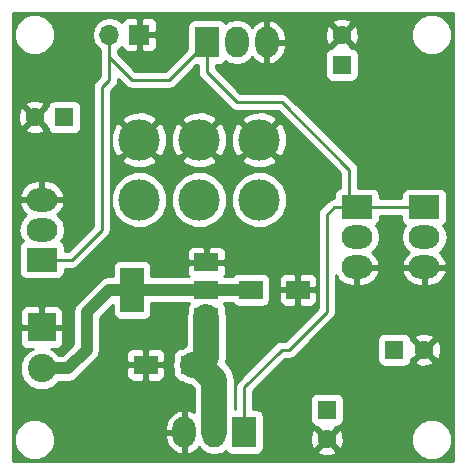
<source format=gbr>
G04 #@! TF.FileFunction,Copper,L2,Bot,Signal*
%FSLAX46Y46*%
G04 Gerber Fmt 4.6, Leading zero omitted, Abs format (unit mm)*
G04 Created by KiCad (PCBNEW 4.0.7) date 03/20/18 07:49:49*
%MOMM*%
%LPD*%
G01*
G04 APERTURE LIST*
%ADD10C,0.100000*%
%ADD11R,2.000000X1.600000*%
%ADD12R,2.600000X2.000000*%
%ADD13O,2.600000X2.000000*%
%ADD14R,2.000000X2.600000*%
%ADD15O,2.000000X2.600000*%
%ADD16R,1.600000X1.600000*%
%ADD17C,1.600000*%
%ADD18R,2.000000X3.800000*%
%ADD19R,2.000000X1.500000*%
%ADD20R,1.700000X1.700000*%
%ADD21O,1.700000X1.700000*%
%ADD22C,2.400000*%
%ADD23R,2.400000X2.400000*%
%ADD24C,3.500120*%
%ADD25C,0.250000*%
%ADD26C,1.000000*%
%ADD27C,2.200000*%
%ADD28C,0.254000*%
G04 APERTURE END LIST*
D10*
D11*
X130080000Y-83820000D03*
X134080000Y-83820000D03*
X125190000Y-90170000D03*
X121190000Y-90170000D03*
D12*
X112395000Y-81280000D03*
D13*
X112395000Y-78740000D03*
X112395000Y-76200000D03*
D14*
X126365000Y-62865000D03*
D15*
X128905000Y-62865000D03*
X131445000Y-62865000D03*
D12*
X144780000Y-76835000D03*
D13*
X144780000Y-79375000D03*
X144780000Y-81915000D03*
D14*
X129540000Y-95885000D03*
D15*
X127000000Y-95885000D03*
X124460000Y-95885000D03*
D16*
X114300000Y-69215000D03*
D17*
X111800000Y-69215000D03*
D16*
X137795000Y-64770000D03*
D17*
X137795000Y-62270000D03*
D16*
X136525000Y-93980000D03*
D17*
X136525000Y-96480000D03*
D16*
X142240000Y-88900000D03*
D17*
X144740000Y-88900000D03*
D12*
X139065000Y-76835000D03*
D13*
X139065000Y-79375000D03*
X139065000Y-81915000D03*
D18*
X120040000Y-83820000D03*
D19*
X126340000Y-83820000D03*
X126340000Y-86120000D03*
X126340000Y-81520000D03*
D20*
X120650000Y-62230000D03*
D21*
X118110000Y-62230000D03*
D22*
X112395000Y-90495000D03*
D23*
X112395000Y-86995000D03*
D24*
X130810000Y-76200000D03*
X125730000Y-76200000D03*
X120650000Y-76200000D03*
X120650000Y-71120000D03*
X125730000Y-71120000D03*
X130810000Y-71120000D03*
D25*
X129540000Y-95885000D02*
X129540000Y-92075000D01*
X137160000Y-76835000D02*
X139065000Y-76835000D01*
X136525000Y-77470000D02*
X137160000Y-76835000D01*
X136525000Y-85725000D02*
X136525000Y-77470000D01*
X133350000Y-88900000D02*
X136525000Y-85725000D01*
X132715000Y-88900000D02*
X133350000Y-88900000D01*
X129540000Y-92075000D02*
X132715000Y-88900000D01*
X144780000Y-76835000D02*
X139065000Y-76835000D01*
X139065000Y-76835000D02*
X138430000Y-76200000D01*
X138430000Y-76200000D02*
X138430000Y-73660000D01*
X138430000Y-73660000D02*
X132715000Y-67945000D01*
X132715000Y-67945000D02*
X128905000Y-67945000D01*
X128905000Y-67945000D02*
X126365000Y-65405000D01*
X126365000Y-65405000D02*
X126365000Y-62865000D01*
X118110000Y-62230000D02*
X118110000Y-64135000D01*
X123190000Y-66040000D02*
X126365000Y-62865000D01*
X120015000Y-66040000D02*
X123190000Y-66040000D01*
X118110000Y-64135000D02*
X120015000Y-66040000D01*
X112395000Y-81280000D02*
X114935000Y-81280000D01*
X118110000Y-66040000D02*
X118110000Y-62230000D01*
X117475000Y-66675000D02*
X118110000Y-66040000D01*
X117475000Y-78740000D02*
X117475000Y-66675000D01*
X114935000Y-81280000D02*
X117475000Y-78740000D01*
D26*
X120040000Y-83820000D02*
X126340000Y-83820000D01*
X130080000Y-83820000D02*
X126340000Y-83820000D01*
X120040000Y-83820000D02*
X118110000Y-83820000D01*
X114610000Y-90495000D02*
X112395000Y-90495000D01*
X116205000Y-88900000D02*
X114610000Y-90495000D01*
X116205000Y-85725000D02*
X116205000Y-88900000D01*
X118110000Y-83820000D02*
X116205000Y-85725000D01*
D27*
X125190000Y-90170000D02*
X125730000Y-90170000D01*
X125730000Y-90170000D02*
X126340000Y-89560000D01*
X126340000Y-89560000D02*
X126340000Y-86120000D01*
X125730000Y-90170000D02*
X127000000Y-91440000D01*
X127000000Y-91440000D02*
X127000000Y-95885000D01*
D28*
G36*
X147245000Y-98350000D02*
X109930000Y-98350000D01*
X109930000Y-96863599D01*
X110024699Y-96863599D01*
X110288281Y-97501515D01*
X110775918Y-97990004D01*
X111413373Y-98254699D01*
X112103599Y-98255301D01*
X112741515Y-97991719D01*
X113230004Y-97504082D01*
X113494699Y-96866627D01*
X113495301Y-96176401D01*
X113427372Y-96012000D01*
X122825000Y-96012000D01*
X122825000Y-96312000D01*
X122998058Y-96928020D01*
X123393683Y-97430922D01*
X123951645Y-97744144D01*
X124079566Y-97775124D01*
X124333000Y-97655777D01*
X124333000Y-96012000D01*
X122825000Y-96012000D01*
X113427372Y-96012000D01*
X113231719Y-95538485D01*
X113151375Y-95458000D01*
X122825000Y-95458000D01*
X122825000Y-95758000D01*
X124333000Y-95758000D01*
X124333000Y-94114223D01*
X124079566Y-93994876D01*
X123951645Y-94025856D01*
X123393683Y-94339078D01*
X122998058Y-94841980D01*
X122825000Y-95458000D01*
X113151375Y-95458000D01*
X112744082Y-95049996D01*
X112106627Y-94785301D01*
X111416401Y-94784699D01*
X110778485Y-95048281D01*
X110289996Y-95535918D01*
X110025301Y-96173373D01*
X110024699Y-96863599D01*
X109930000Y-96863599D01*
X109930000Y-85668691D01*
X110560000Y-85668691D01*
X110560000Y-86709250D01*
X110718750Y-86868000D01*
X112268000Y-86868000D01*
X112268000Y-85318750D01*
X112522000Y-85318750D01*
X112522000Y-86868000D01*
X114071250Y-86868000D01*
X114230000Y-86709250D01*
X114230000Y-85668691D01*
X114133327Y-85435302D01*
X113954699Y-85256673D01*
X113721310Y-85160000D01*
X112680750Y-85160000D01*
X112522000Y-85318750D01*
X112268000Y-85318750D01*
X112109250Y-85160000D01*
X111068690Y-85160000D01*
X110835301Y-85256673D01*
X110656673Y-85435302D01*
X110560000Y-85668691D01*
X109930000Y-85668691D01*
X109930000Y-78740000D01*
X110422091Y-78740000D01*
X110546548Y-79365687D01*
X110786093Y-79724192D01*
X110643559Y-79815910D01*
X110498569Y-80028110D01*
X110447560Y-80280000D01*
X110447560Y-82280000D01*
X110491838Y-82515317D01*
X110630910Y-82731441D01*
X110843110Y-82876431D01*
X111095000Y-82927440D01*
X113695000Y-82927440D01*
X113930317Y-82883162D01*
X114146441Y-82744090D01*
X114291431Y-82531890D01*
X114342440Y-82280000D01*
X114342440Y-82040000D01*
X114935000Y-82040000D01*
X115225839Y-81982148D01*
X115472401Y-81817401D01*
X116646112Y-80643690D01*
X124705000Y-80643690D01*
X124705000Y-81234250D01*
X124863750Y-81393000D01*
X126213000Y-81393000D01*
X126213000Y-80293750D01*
X126467000Y-80293750D01*
X126467000Y-81393000D01*
X127816250Y-81393000D01*
X127975000Y-81234250D01*
X127975000Y-80643690D01*
X127878327Y-80410301D01*
X127699698Y-80231673D01*
X127466309Y-80135000D01*
X126625750Y-80135000D01*
X126467000Y-80293750D01*
X126213000Y-80293750D01*
X126054250Y-80135000D01*
X125213691Y-80135000D01*
X124980302Y-80231673D01*
X124801673Y-80410301D01*
X124705000Y-80643690D01*
X116646112Y-80643690D01*
X118012401Y-79277401D01*
X118177148Y-79030840D01*
X118186746Y-78982586D01*
X118235000Y-78740000D01*
X118235000Y-76672336D01*
X118264527Y-76672336D01*
X118626866Y-77549263D01*
X119297208Y-78220776D01*
X120173501Y-78584645D01*
X121122336Y-78585473D01*
X121999263Y-78223134D01*
X122670776Y-77552792D01*
X123034645Y-76676499D01*
X123034648Y-76672336D01*
X123344527Y-76672336D01*
X123706866Y-77549263D01*
X124377208Y-78220776D01*
X125253501Y-78584645D01*
X126202336Y-78585473D01*
X127079263Y-78223134D01*
X127750776Y-77552792D01*
X128114645Y-76676499D01*
X128114648Y-76672336D01*
X128424527Y-76672336D01*
X128786866Y-77549263D01*
X129457208Y-78220776D01*
X130333501Y-78584645D01*
X131282336Y-78585473D01*
X132159263Y-78223134D01*
X132830776Y-77552792D01*
X133194645Y-76676499D01*
X133195473Y-75727664D01*
X132833134Y-74850737D01*
X132162792Y-74179224D01*
X131286499Y-73815355D01*
X130337664Y-73814527D01*
X129460737Y-74176866D01*
X128789224Y-74847208D01*
X128425355Y-75723501D01*
X128424527Y-76672336D01*
X128114648Y-76672336D01*
X128115473Y-75727664D01*
X127753134Y-74850737D01*
X127082792Y-74179224D01*
X126206499Y-73815355D01*
X125257664Y-73814527D01*
X124380737Y-74176866D01*
X123709224Y-74847208D01*
X123345355Y-75723501D01*
X123344527Y-76672336D01*
X123034648Y-76672336D01*
X123035473Y-75727664D01*
X122673134Y-74850737D01*
X122002792Y-74179224D01*
X121126499Y-73815355D01*
X120177664Y-73814527D01*
X119300737Y-74176866D01*
X118629224Y-74847208D01*
X118265355Y-75723501D01*
X118264527Y-76672336D01*
X118235000Y-76672336D01*
X118235000Y-72814571D01*
X119135034Y-72814571D01*
X119325328Y-73159319D01*
X120206576Y-73511015D01*
X121155332Y-73498701D01*
X121974672Y-73159319D01*
X122164966Y-72814571D01*
X124215034Y-72814571D01*
X124405328Y-73159319D01*
X125286576Y-73511015D01*
X126235332Y-73498701D01*
X127054672Y-73159319D01*
X127244966Y-72814571D01*
X129295034Y-72814571D01*
X129485328Y-73159319D01*
X130366576Y-73511015D01*
X131315332Y-73498701D01*
X132134672Y-73159319D01*
X132324966Y-72814571D01*
X130810000Y-71299605D01*
X129295034Y-72814571D01*
X127244966Y-72814571D01*
X125730000Y-71299605D01*
X124215034Y-72814571D01*
X122164966Y-72814571D01*
X120650000Y-71299605D01*
X119135034Y-72814571D01*
X118235000Y-72814571D01*
X118235000Y-70676576D01*
X118258985Y-70676576D01*
X118271299Y-71625332D01*
X118610681Y-72444672D01*
X118955429Y-72634966D01*
X120470395Y-71120000D01*
X120829605Y-71120000D01*
X122344571Y-72634966D01*
X122689319Y-72444672D01*
X123041015Y-71563424D01*
X123029505Y-70676576D01*
X123338985Y-70676576D01*
X123351299Y-71625332D01*
X123690681Y-72444672D01*
X124035429Y-72634966D01*
X125550395Y-71120000D01*
X125909605Y-71120000D01*
X127424571Y-72634966D01*
X127769319Y-72444672D01*
X128121015Y-71563424D01*
X128109505Y-70676576D01*
X128418985Y-70676576D01*
X128431299Y-71625332D01*
X128770681Y-72444672D01*
X129115429Y-72634966D01*
X130630395Y-71120000D01*
X130989605Y-71120000D01*
X132504571Y-72634966D01*
X132849319Y-72444672D01*
X133201015Y-71563424D01*
X133188701Y-70614668D01*
X132849319Y-69795328D01*
X132504571Y-69605034D01*
X130989605Y-71120000D01*
X130630395Y-71120000D01*
X129115429Y-69605034D01*
X128770681Y-69795328D01*
X128418985Y-70676576D01*
X128109505Y-70676576D01*
X128108701Y-70614668D01*
X127769319Y-69795328D01*
X127424571Y-69605034D01*
X125909605Y-71120000D01*
X125550395Y-71120000D01*
X124035429Y-69605034D01*
X123690681Y-69795328D01*
X123338985Y-70676576D01*
X123029505Y-70676576D01*
X123028701Y-70614668D01*
X122689319Y-69795328D01*
X122344571Y-69605034D01*
X120829605Y-71120000D01*
X120470395Y-71120000D01*
X118955429Y-69605034D01*
X118610681Y-69795328D01*
X118258985Y-70676576D01*
X118235000Y-70676576D01*
X118235000Y-69425429D01*
X119135034Y-69425429D01*
X120650000Y-70940395D01*
X122164966Y-69425429D01*
X124215034Y-69425429D01*
X125730000Y-70940395D01*
X127244966Y-69425429D01*
X129295034Y-69425429D01*
X130810000Y-70940395D01*
X132324966Y-69425429D01*
X132134672Y-69080681D01*
X131253424Y-68728985D01*
X130304668Y-68741299D01*
X129485328Y-69080681D01*
X129295034Y-69425429D01*
X127244966Y-69425429D01*
X127054672Y-69080681D01*
X126173424Y-68728985D01*
X125224668Y-68741299D01*
X124405328Y-69080681D01*
X124215034Y-69425429D01*
X122164966Y-69425429D01*
X121974672Y-69080681D01*
X121093424Y-68728985D01*
X120144668Y-68741299D01*
X119325328Y-69080681D01*
X119135034Y-69425429D01*
X118235000Y-69425429D01*
X118235000Y-66989802D01*
X118647401Y-66577401D01*
X118812148Y-66330839D01*
X118870000Y-66040000D01*
X118870000Y-65969802D01*
X119477599Y-66577401D01*
X119724161Y-66742148D01*
X120015000Y-66800000D01*
X123190000Y-66800000D01*
X123480839Y-66742148D01*
X123727401Y-66577401D01*
X125492362Y-64812440D01*
X125605000Y-64812440D01*
X125605000Y-65405000D01*
X125662852Y-65695839D01*
X125827599Y-65942401D01*
X128367599Y-68482401D01*
X128614160Y-68647148D01*
X128662414Y-68656746D01*
X128905000Y-68705000D01*
X132400198Y-68705000D01*
X137670000Y-73974803D01*
X137670000Y-75205436D01*
X137529683Y-75231838D01*
X137313559Y-75370910D01*
X137168569Y-75583110D01*
X137117560Y-75835000D01*
X137117560Y-76083442D01*
X136869161Y-76132852D01*
X136622599Y-76297599D01*
X135987599Y-76932599D01*
X135822852Y-77179161D01*
X135765000Y-77470000D01*
X135765000Y-85410198D01*
X133035198Y-88140000D01*
X132715000Y-88140000D01*
X132424161Y-88197852D01*
X132177599Y-88362599D01*
X129002599Y-91537599D01*
X128837852Y-91784161D01*
X128780000Y-92075000D01*
X128780000Y-93937560D01*
X128735000Y-93937560D01*
X128735000Y-91440000D01*
X128602931Y-90776044D01*
X128226830Y-90213170D01*
X127991822Y-89978162D01*
X128075000Y-89560000D01*
X128075000Y-86120000D01*
X127987440Y-85679806D01*
X127987440Y-85370000D01*
X127943162Y-85134683D01*
X127836241Y-84968523D01*
X127845481Y-84955000D01*
X128540982Y-84955000D01*
X128615910Y-85071441D01*
X128828110Y-85216431D01*
X129080000Y-85267440D01*
X131080000Y-85267440D01*
X131315317Y-85223162D01*
X131531441Y-85084090D01*
X131676431Y-84871890D01*
X131727440Y-84620000D01*
X131727440Y-84105750D01*
X132445000Y-84105750D01*
X132445000Y-84746310D01*
X132541673Y-84979699D01*
X132720302Y-85158327D01*
X132953691Y-85255000D01*
X133794250Y-85255000D01*
X133953000Y-85096250D01*
X133953000Y-83947000D01*
X134207000Y-83947000D01*
X134207000Y-85096250D01*
X134365750Y-85255000D01*
X135206309Y-85255000D01*
X135439698Y-85158327D01*
X135618327Y-84979699D01*
X135715000Y-84746310D01*
X135715000Y-84105750D01*
X135556250Y-83947000D01*
X134207000Y-83947000D01*
X133953000Y-83947000D01*
X132603750Y-83947000D01*
X132445000Y-84105750D01*
X131727440Y-84105750D01*
X131727440Y-83020000D01*
X131703674Y-82893690D01*
X132445000Y-82893690D01*
X132445000Y-83534250D01*
X132603750Y-83693000D01*
X133953000Y-83693000D01*
X133953000Y-82543750D01*
X134207000Y-82543750D01*
X134207000Y-83693000D01*
X135556250Y-83693000D01*
X135715000Y-83534250D01*
X135715000Y-82893690D01*
X135618327Y-82660301D01*
X135439698Y-82481673D01*
X135206309Y-82385000D01*
X134365750Y-82385000D01*
X134207000Y-82543750D01*
X133953000Y-82543750D01*
X133794250Y-82385000D01*
X132953691Y-82385000D01*
X132720302Y-82481673D01*
X132541673Y-82660301D01*
X132445000Y-82893690D01*
X131703674Y-82893690D01*
X131683162Y-82784683D01*
X131544090Y-82568559D01*
X131331890Y-82423569D01*
X131080000Y-82372560D01*
X129080000Y-82372560D01*
X128844683Y-82416838D01*
X128628559Y-82555910D01*
X128540356Y-82685000D01*
X127846844Y-82685000D01*
X127837518Y-82670508D01*
X127878327Y-82629699D01*
X127975000Y-82396310D01*
X127975000Y-81805750D01*
X127816250Y-81647000D01*
X126467000Y-81647000D01*
X126467000Y-81667000D01*
X126213000Y-81667000D01*
X126213000Y-81647000D01*
X124863750Y-81647000D01*
X124705000Y-81805750D01*
X124705000Y-82396310D01*
X124801673Y-82629699D01*
X124843634Y-82671660D01*
X124834519Y-82685000D01*
X121687440Y-82685000D01*
X121687440Y-81920000D01*
X121643162Y-81684683D01*
X121504090Y-81468559D01*
X121291890Y-81323569D01*
X121040000Y-81272560D01*
X119040000Y-81272560D01*
X118804683Y-81316838D01*
X118588559Y-81455910D01*
X118443569Y-81668110D01*
X118392560Y-81920000D01*
X118392560Y-82685000D01*
X118110000Y-82685000D01*
X117675654Y-82771397D01*
X117361487Y-82981317D01*
X117307434Y-83017434D01*
X115402434Y-84922434D01*
X115156397Y-85290654D01*
X115070000Y-85725000D01*
X115070000Y-88429868D01*
X114139868Y-89360000D01*
X113854800Y-89360000D01*
X113435801Y-88940270D01*
X113170242Y-88830000D01*
X113721310Y-88830000D01*
X113954699Y-88733327D01*
X114133327Y-88554698D01*
X114230000Y-88321309D01*
X114230000Y-87280750D01*
X114071250Y-87122000D01*
X112522000Y-87122000D01*
X112522000Y-87142000D01*
X112268000Y-87142000D01*
X112268000Y-87122000D01*
X110718750Y-87122000D01*
X110560000Y-87280750D01*
X110560000Y-88321309D01*
X110656673Y-88554698D01*
X110835301Y-88733327D01*
X111068690Y-88830000D01*
X111619395Y-88830000D01*
X111356914Y-88938455D01*
X110840270Y-89454199D01*
X110560319Y-90128395D01*
X110559682Y-90858403D01*
X110838455Y-91533086D01*
X111354199Y-92049730D01*
X112028395Y-92329681D01*
X112758403Y-92330318D01*
X113433086Y-92051545D01*
X113855367Y-91630000D01*
X114610000Y-91630000D01*
X115044346Y-91543603D01*
X115412566Y-91297566D01*
X116254382Y-90455750D01*
X119555000Y-90455750D01*
X119555000Y-91096310D01*
X119651673Y-91329699D01*
X119830302Y-91508327D01*
X120063691Y-91605000D01*
X120904250Y-91605000D01*
X121063000Y-91446250D01*
X121063000Y-90297000D01*
X121317000Y-90297000D01*
X121317000Y-91446250D01*
X121475750Y-91605000D01*
X122316309Y-91605000D01*
X122549698Y-91508327D01*
X122728327Y-91329699D01*
X122825000Y-91096310D01*
X122825000Y-90455750D01*
X122666250Y-90297000D01*
X121317000Y-90297000D01*
X121063000Y-90297000D01*
X119713750Y-90297000D01*
X119555000Y-90455750D01*
X116254382Y-90455750D01*
X117007566Y-89702566D01*
X117253604Y-89334345D01*
X117271636Y-89243690D01*
X119555000Y-89243690D01*
X119555000Y-89884250D01*
X119713750Y-90043000D01*
X121063000Y-90043000D01*
X121063000Y-88893750D01*
X121317000Y-88893750D01*
X121317000Y-90043000D01*
X122666250Y-90043000D01*
X122825000Y-89884250D01*
X122825000Y-89243690D01*
X122728327Y-89010301D01*
X122549698Y-88831673D01*
X122316309Y-88735000D01*
X121475750Y-88735000D01*
X121317000Y-88893750D01*
X121063000Y-88893750D01*
X120904250Y-88735000D01*
X120063691Y-88735000D01*
X119830302Y-88831673D01*
X119651673Y-89010301D01*
X119555000Y-89243690D01*
X117271636Y-89243690D01*
X117340000Y-88900000D01*
X117340000Y-86195132D01*
X118392560Y-85142572D01*
X118392560Y-85720000D01*
X118436838Y-85955317D01*
X118575910Y-86171441D01*
X118788110Y-86316431D01*
X119040000Y-86367440D01*
X121040000Y-86367440D01*
X121275317Y-86323162D01*
X121491441Y-86184090D01*
X121636431Y-85971890D01*
X121687440Y-85720000D01*
X121687440Y-84955000D01*
X124833156Y-84955000D01*
X124843759Y-84971477D01*
X124743569Y-85118110D01*
X124692560Y-85370000D01*
X124692560Y-85679806D01*
X124605000Y-86120000D01*
X124605000Y-88551364D01*
X124526044Y-88567069D01*
X124293336Y-88722560D01*
X124190000Y-88722560D01*
X123954683Y-88766838D01*
X123738559Y-88905910D01*
X123593569Y-89118110D01*
X123542560Y-89370000D01*
X123542560Y-89729806D01*
X123455000Y-90170000D01*
X123542560Y-90610194D01*
X123542560Y-90970000D01*
X123586838Y-91205317D01*
X123725910Y-91421441D01*
X123938110Y-91566431D01*
X124190000Y-91617440D01*
X124293336Y-91617440D01*
X124526044Y-91772931D01*
X124966978Y-91860638D01*
X125265000Y-92158660D01*
X125265000Y-94192383D01*
X124968355Y-94025856D01*
X124840434Y-93994876D01*
X124587000Y-94114223D01*
X124587000Y-95758000D01*
X124607000Y-95758000D01*
X124607000Y-96012000D01*
X124587000Y-96012000D01*
X124587000Y-97655777D01*
X124840434Y-97775124D01*
X124968355Y-97744144D01*
X125526317Y-97430922D01*
X125716781Y-97188812D01*
X125843880Y-97379029D01*
X126374313Y-97733452D01*
X127000000Y-97857909D01*
X127625687Y-97733452D01*
X127984192Y-97493907D01*
X128075910Y-97636441D01*
X128288110Y-97781431D01*
X128540000Y-97832440D01*
X130540000Y-97832440D01*
X130775317Y-97788162D01*
X130991441Y-97649090D01*
X131101683Y-97487745D01*
X135696861Y-97487745D01*
X135770995Y-97733864D01*
X136308223Y-97926965D01*
X136878454Y-97899778D01*
X137279005Y-97733864D01*
X137353139Y-97487745D01*
X136525000Y-96659605D01*
X135696861Y-97487745D01*
X131101683Y-97487745D01*
X131136431Y-97436890D01*
X131187440Y-97185000D01*
X131187440Y-96263223D01*
X135078035Y-96263223D01*
X135105222Y-96833454D01*
X135271136Y-97234005D01*
X135517255Y-97308139D01*
X136345395Y-96480000D01*
X136704605Y-96480000D01*
X137532745Y-97308139D01*
X137778864Y-97234005D01*
X137912002Y-96863599D01*
X143679699Y-96863599D01*
X143943281Y-97501515D01*
X144430918Y-97990004D01*
X145068373Y-98254699D01*
X145758599Y-98255301D01*
X146396515Y-97991719D01*
X146885004Y-97504082D01*
X147149699Y-96866627D01*
X147150301Y-96176401D01*
X146886719Y-95538485D01*
X146399082Y-95049996D01*
X145761627Y-94785301D01*
X145071401Y-94784699D01*
X144433485Y-95048281D01*
X143944996Y-95535918D01*
X143680301Y-96173373D01*
X143679699Y-96863599D01*
X137912002Y-96863599D01*
X137971965Y-96696777D01*
X137944778Y-96126546D01*
X137778864Y-95725995D01*
X137532745Y-95651861D01*
X136704605Y-96480000D01*
X136345395Y-96480000D01*
X135517255Y-95651861D01*
X135271136Y-95725995D01*
X135078035Y-96263223D01*
X131187440Y-96263223D01*
X131187440Y-94585000D01*
X131143162Y-94349683D01*
X131004090Y-94133559D01*
X130791890Y-93988569D01*
X130540000Y-93937560D01*
X130300000Y-93937560D01*
X130300000Y-93180000D01*
X135077560Y-93180000D01*
X135077560Y-94780000D01*
X135121838Y-95015317D01*
X135260910Y-95231441D01*
X135473110Y-95376431D01*
X135711201Y-95424646D01*
X135696861Y-95472255D01*
X136525000Y-96300395D01*
X137353139Y-95472255D01*
X137338855Y-95424833D01*
X137560317Y-95383162D01*
X137776441Y-95244090D01*
X137921431Y-95031890D01*
X137972440Y-94780000D01*
X137972440Y-93180000D01*
X137928162Y-92944683D01*
X137789090Y-92728559D01*
X137576890Y-92583569D01*
X137325000Y-92532560D01*
X135725000Y-92532560D01*
X135489683Y-92576838D01*
X135273559Y-92715910D01*
X135128569Y-92928110D01*
X135077560Y-93180000D01*
X130300000Y-93180000D01*
X130300000Y-92389802D01*
X133029802Y-89660000D01*
X133350000Y-89660000D01*
X133640839Y-89602148D01*
X133887401Y-89437401D01*
X135224802Y-88100000D01*
X140792560Y-88100000D01*
X140792560Y-89700000D01*
X140836838Y-89935317D01*
X140975910Y-90151441D01*
X141188110Y-90296431D01*
X141440000Y-90347440D01*
X143040000Y-90347440D01*
X143275317Y-90303162D01*
X143491441Y-90164090D01*
X143636431Y-89951890D01*
X143645370Y-89907745D01*
X143911861Y-89907745D01*
X143985995Y-90153864D01*
X144523223Y-90346965D01*
X145093454Y-90319778D01*
X145494005Y-90153864D01*
X145568139Y-89907745D01*
X144740000Y-89079605D01*
X143911861Y-89907745D01*
X143645370Y-89907745D01*
X143684646Y-89713799D01*
X143732255Y-89728139D01*
X144560395Y-88900000D01*
X144919605Y-88900000D01*
X145747745Y-89728139D01*
X145993864Y-89654005D01*
X146186965Y-89116777D01*
X146159778Y-88546546D01*
X145993864Y-88145995D01*
X145747745Y-88071861D01*
X144919605Y-88900000D01*
X144560395Y-88900000D01*
X143732255Y-88071861D01*
X143684833Y-88086145D01*
X143648351Y-87892255D01*
X143911861Y-87892255D01*
X144740000Y-88720395D01*
X145568139Y-87892255D01*
X145494005Y-87646136D01*
X144956777Y-87453035D01*
X144386546Y-87480222D01*
X143985995Y-87646136D01*
X143911861Y-87892255D01*
X143648351Y-87892255D01*
X143643162Y-87864683D01*
X143504090Y-87648559D01*
X143291890Y-87503569D01*
X143040000Y-87452560D01*
X141440000Y-87452560D01*
X141204683Y-87496838D01*
X140988559Y-87635910D01*
X140843569Y-87848110D01*
X140792560Y-88100000D01*
X135224802Y-88100000D01*
X137062401Y-86262401D01*
X137227148Y-86015839D01*
X137285000Y-85725000D01*
X137285000Y-82564339D01*
X137519078Y-82981317D01*
X138021980Y-83376942D01*
X138638000Y-83550000D01*
X138938000Y-83550000D01*
X138938000Y-82042000D01*
X139192000Y-82042000D01*
X139192000Y-83550000D01*
X139492000Y-83550000D01*
X140108020Y-83376942D01*
X140610922Y-82981317D01*
X140924144Y-82423355D01*
X140955124Y-82295434D01*
X142889876Y-82295434D01*
X142920856Y-82423355D01*
X143234078Y-82981317D01*
X143736980Y-83376942D01*
X144353000Y-83550000D01*
X144653000Y-83550000D01*
X144653000Y-82042000D01*
X144907000Y-82042000D01*
X144907000Y-83550000D01*
X145207000Y-83550000D01*
X145823020Y-83376942D01*
X146325922Y-82981317D01*
X146639144Y-82423355D01*
X146670124Y-82295434D01*
X146550777Y-82042000D01*
X144907000Y-82042000D01*
X144653000Y-82042000D01*
X143009223Y-82042000D01*
X142889876Y-82295434D01*
X140955124Y-82295434D01*
X140835777Y-82042000D01*
X139192000Y-82042000D01*
X138938000Y-82042000D01*
X138918000Y-82042000D01*
X138918000Y-81788000D01*
X138938000Y-81788000D01*
X138938000Y-81768000D01*
X139192000Y-81768000D01*
X139192000Y-81788000D01*
X140835777Y-81788000D01*
X140955124Y-81534566D01*
X140924144Y-81406645D01*
X140610922Y-80848683D01*
X140368812Y-80658219D01*
X140559029Y-80531120D01*
X140913452Y-80000687D01*
X141037909Y-79375000D01*
X140913452Y-78749313D01*
X140673907Y-78390808D01*
X140816441Y-78299090D01*
X140961431Y-78086890D01*
X141012440Y-77835000D01*
X141012440Y-77595000D01*
X142832560Y-77595000D01*
X142832560Y-77835000D01*
X142876838Y-78070317D01*
X143015910Y-78286441D01*
X143170329Y-78391951D01*
X142931548Y-78749313D01*
X142807091Y-79375000D01*
X142931548Y-80000687D01*
X143285971Y-80531120D01*
X143476188Y-80658219D01*
X143234078Y-80848683D01*
X142920856Y-81406645D01*
X142889876Y-81534566D01*
X143009223Y-81788000D01*
X144653000Y-81788000D01*
X144653000Y-81768000D01*
X144907000Y-81768000D01*
X144907000Y-81788000D01*
X146550777Y-81788000D01*
X146670124Y-81534566D01*
X146639144Y-81406645D01*
X146325922Y-80848683D01*
X146083812Y-80658219D01*
X146274029Y-80531120D01*
X146628452Y-80000687D01*
X146752909Y-79375000D01*
X146628452Y-78749313D01*
X146388907Y-78390808D01*
X146531441Y-78299090D01*
X146676431Y-78086890D01*
X146727440Y-77835000D01*
X146727440Y-75835000D01*
X146683162Y-75599683D01*
X146544090Y-75383559D01*
X146331890Y-75238569D01*
X146080000Y-75187560D01*
X143480000Y-75187560D01*
X143244683Y-75231838D01*
X143028559Y-75370910D01*
X142883569Y-75583110D01*
X142832560Y-75835000D01*
X142832560Y-76075000D01*
X141012440Y-76075000D01*
X141012440Y-75835000D01*
X140968162Y-75599683D01*
X140829090Y-75383559D01*
X140616890Y-75238569D01*
X140365000Y-75187560D01*
X139190000Y-75187560D01*
X139190000Y-73660000D01*
X139132148Y-73369161D01*
X138967402Y-73122599D01*
X133252401Y-67407599D01*
X133005839Y-67242852D01*
X132715000Y-67185000D01*
X129219802Y-67185000D01*
X127125000Y-65090198D01*
X127125000Y-64812440D01*
X127365000Y-64812440D01*
X127600317Y-64768162D01*
X127816441Y-64629090D01*
X127921951Y-64474671D01*
X128279313Y-64713452D01*
X128905000Y-64837909D01*
X129530687Y-64713452D01*
X130061120Y-64359029D01*
X130188219Y-64168812D01*
X130378683Y-64410922D01*
X130936645Y-64724144D01*
X131064566Y-64755124D01*
X131318000Y-64635777D01*
X131318000Y-62992000D01*
X131572000Y-62992000D01*
X131572000Y-64635777D01*
X131825434Y-64755124D01*
X131953355Y-64724144D01*
X132511317Y-64410922D01*
X132858183Y-63970000D01*
X136347560Y-63970000D01*
X136347560Y-65570000D01*
X136391838Y-65805317D01*
X136530910Y-66021441D01*
X136743110Y-66166431D01*
X136995000Y-66217440D01*
X138595000Y-66217440D01*
X138830317Y-66173162D01*
X139046441Y-66034090D01*
X139191431Y-65821890D01*
X139242440Y-65570000D01*
X139242440Y-63970000D01*
X139198162Y-63734683D01*
X139059090Y-63518559D01*
X138846890Y-63373569D01*
X138608799Y-63325354D01*
X138623139Y-63277745D01*
X137795000Y-62449605D01*
X136966861Y-63277745D01*
X136981145Y-63325167D01*
X136759683Y-63366838D01*
X136543559Y-63505910D01*
X136398569Y-63718110D01*
X136347560Y-63970000D01*
X132858183Y-63970000D01*
X132906942Y-63908020D01*
X133080000Y-63292000D01*
X133080000Y-62992000D01*
X131572000Y-62992000D01*
X131318000Y-62992000D01*
X131298000Y-62992000D01*
X131298000Y-62738000D01*
X131318000Y-62738000D01*
X131318000Y-61094223D01*
X131572000Y-61094223D01*
X131572000Y-62738000D01*
X133080000Y-62738000D01*
X133080000Y-62438000D01*
X132971905Y-62053223D01*
X136348035Y-62053223D01*
X136375222Y-62623454D01*
X136541136Y-63024005D01*
X136787255Y-63098139D01*
X137615395Y-62270000D01*
X137974605Y-62270000D01*
X138802745Y-63098139D01*
X139048864Y-63024005D01*
X139210757Y-62573599D01*
X143679699Y-62573599D01*
X143943281Y-63211515D01*
X144430918Y-63700004D01*
X145068373Y-63964699D01*
X145758599Y-63965301D01*
X146396515Y-63701719D01*
X146885004Y-63214082D01*
X147149699Y-62576627D01*
X147150301Y-61886401D01*
X146886719Y-61248485D01*
X146399082Y-60759996D01*
X145761627Y-60495301D01*
X145071401Y-60494699D01*
X144433485Y-60758281D01*
X143944996Y-61245918D01*
X143680301Y-61883373D01*
X143679699Y-62573599D01*
X139210757Y-62573599D01*
X139241965Y-62486777D01*
X139214778Y-61916546D01*
X139048864Y-61515995D01*
X138802745Y-61441861D01*
X137974605Y-62270000D01*
X137615395Y-62270000D01*
X136787255Y-61441861D01*
X136541136Y-61515995D01*
X136348035Y-62053223D01*
X132971905Y-62053223D01*
X132906942Y-61821980D01*
X132511317Y-61319078D01*
X132410095Y-61262255D01*
X136966861Y-61262255D01*
X137795000Y-62090395D01*
X138623139Y-61262255D01*
X138549005Y-61016136D01*
X138011777Y-60823035D01*
X137441546Y-60850222D01*
X137040995Y-61016136D01*
X136966861Y-61262255D01*
X132410095Y-61262255D01*
X131953355Y-61005856D01*
X131825434Y-60974876D01*
X131572000Y-61094223D01*
X131318000Y-61094223D01*
X131064566Y-60974876D01*
X130936645Y-61005856D01*
X130378683Y-61319078D01*
X130188219Y-61561188D01*
X130061120Y-61370971D01*
X129530687Y-61016548D01*
X128905000Y-60892091D01*
X128279313Y-61016548D01*
X127920808Y-61256093D01*
X127829090Y-61113559D01*
X127616890Y-60968569D01*
X127365000Y-60917560D01*
X125365000Y-60917560D01*
X125129683Y-60961838D01*
X124913559Y-61100910D01*
X124768569Y-61313110D01*
X124717560Y-61565000D01*
X124717560Y-63437638D01*
X122875198Y-65280000D01*
X120329802Y-65280000D01*
X118870000Y-63820198D01*
X118870000Y-63502954D01*
X119160054Y-63309147D01*
X119189403Y-63265223D01*
X119261673Y-63439698D01*
X119440301Y-63618327D01*
X119673690Y-63715000D01*
X120364250Y-63715000D01*
X120523000Y-63556250D01*
X120523000Y-62357000D01*
X120777000Y-62357000D01*
X120777000Y-63556250D01*
X120935750Y-63715000D01*
X121626310Y-63715000D01*
X121859699Y-63618327D01*
X122038327Y-63439698D01*
X122135000Y-63206309D01*
X122135000Y-62515750D01*
X121976250Y-62357000D01*
X120777000Y-62357000D01*
X120523000Y-62357000D01*
X120503000Y-62357000D01*
X120503000Y-62103000D01*
X120523000Y-62103000D01*
X120523000Y-60903750D01*
X120777000Y-60903750D01*
X120777000Y-62103000D01*
X121976250Y-62103000D01*
X122135000Y-61944250D01*
X122135000Y-61253691D01*
X122038327Y-61020302D01*
X121859699Y-60841673D01*
X121626310Y-60745000D01*
X120935750Y-60745000D01*
X120777000Y-60903750D01*
X120523000Y-60903750D01*
X120364250Y-60745000D01*
X119673690Y-60745000D01*
X119440301Y-60841673D01*
X119261673Y-61020302D01*
X119189403Y-61194777D01*
X119160054Y-61150853D01*
X118678285Y-60828946D01*
X118110000Y-60715907D01*
X117541715Y-60828946D01*
X117059946Y-61150853D01*
X116738039Y-61632622D01*
X116625000Y-62200907D01*
X116625000Y-62259093D01*
X116738039Y-62827378D01*
X117059946Y-63309147D01*
X117350000Y-63502954D01*
X117350000Y-65725198D01*
X116937599Y-66137599D01*
X116772852Y-66384161D01*
X116715000Y-66675000D01*
X116715000Y-78425198D01*
X114620198Y-80520000D01*
X114342440Y-80520000D01*
X114342440Y-80280000D01*
X114298162Y-80044683D01*
X114159090Y-79828559D01*
X114004671Y-79723049D01*
X114243452Y-79365687D01*
X114367909Y-78740000D01*
X114243452Y-78114313D01*
X113889029Y-77583880D01*
X113698812Y-77456781D01*
X113940922Y-77266317D01*
X114254144Y-76708355D01*
X114285124Y-76580434D01*
X114165777Y-76327000D01*
X112522000Y-76327000D01*
X112522000Y-76347000D01*
X112268000Y-76347000D01*
X112268000Y-76327000D01*
X110624223Y-76327000D01*
X110504876Y-76580434D01*
X110535856Y-76708355D01*
X110849078Y-77266317D01*
X111091188Y-77456781D01*
X110900971Y-77583880D01*
X110546548Y-78114313D01*
X110422091Y-78740000D01*
X109930000Y-78740000D01*
X109930000Y-75819566D01*
X110504876Y-75819566D01*
X110624223Y-76073000D01*
X112268000Y-76073000D01*
X112268000Y-74565000D01*
X112522000Y-74565000D01*
X112522000Y-76073000D01*
X114165777Y-76073000D01*
X114285124Y-75819566D01*
X114254144Y-75691645D01*
X113940922Y-75133683D01*
X113438020Y-74738058D01*
X112822000Y-74565000D01*
X112522000Y-74565000D01*
X112268000Y-74565000D01*
X111968000Y-74565000D01*
X111351980Y-74738058D01*
X110849078Y-75133683D01*
X110535856Y-75691645D01*
X110504876Y-75819566D01*
X109930000Y-75819566D01*
X109930000Y-70222745D01*
X110971861Y-70222745D01*
X111045995Y-70468864D01*
X111583223Y-70661965D01*
X112153454Y-70634778D01*
X112554005Y-70468864D01*
X112628139Y-70222745D01*
X111800000Y-69394605D01*
X110971861Y-70222745D01*
X109930000Y-70222745D01*
X109930000Y-68998223D01*
X110353035Y-68998223D01*
X110380222Y-69568454D01*
X110546136Y-69969005D01*
X110792255Y-70043139D01*
X111620395Y-69215000D01*
X111979605Y-69215000D01*
X112807745Y-70043139D01*
X112855167Y-70028855D01*
X112896838Y-70250317D01*
X113035910Y-70466441D01*
X113248110Y-70611431D01*
X113500000Y-70662440D01*
X115100000Y-70662440D01*
X115335317Y-70618162D01*
X115551441Y-70479090D01*
X115696431Y-70266890D01*
X115747440Y-70015000D01*
X115747440Y-68415000D01*
X115703162Y-68179683D01*
X115564090Y-67963559D01*
X115351890Y-67818569D01*
X115100000Y-67767560D01*
X113500000Y-67767560D01*
X113264683Y-67811838D01*
X113048559Y-67950910D01*
X112903569Y-68163110D01*
X112855354Y-68401201D01*
X112807745Y-68386861D01*
X111979605Y-69215000D01*
X111620395Y-69215000D01*
X110792255Y-68386861D01*
X110546136Y-68460995D01*
X110353035Y-68998223D01*
X109930000Y-68998223D01*
X109930000Y-68207255D01*
X110971861Y-68207255D01*
X111800000Y-69035395D01*
X112628139Y-68207255D01*
X112554005Y-67961136D01*
X112016777Y-67768035D01*
X111446546Y-67795222D01*
X111045995Y-67961136D01*
X110971861Y-68207255D01*
X109930000Y-68207255D01*
X109930000Y-62573599D01*
X110024699Y-62573599D01*
X110288281Y-63211515D01*
X110775918Y-63700004D01*
X111413373Y-63964699D01*
X112103599Y-63965301D01*
X112741515Y-63701719D01*
X113230004Y-63214082D01*
X113494699Y-62576627D01*
X113495301Y-61886401D01*
X113231719Y-61248485D01*
X112744082Y-60759996D01*
X112106627Y-60495301D01*
X111416401Y-60494699D01*
X110778485Y-60758281D01*
X110289996Y-61245918D01*
X110025301Y-61883373D01*
X110024699Y-62573599D01*
X109930000Y-62573599D01*
X109930000Y-60400000D01*
X147245000Y-60400000D01*
X147245000Y-98350000D01*
X147245000Y-98350000D01*
G37*
X147245000Y-98350000D02*
X109930000Y-98350000D01*
X109930000Y-96863599D01*
X110024699Y-96863599D01*
X110288281Y-97501515D01*
X110775918Y-97990004D01*
X111413373Y-98254699D01*
X112103599Y-98255301D01*
X112741515Y-97991719D01*
X113230004Y-97504082D01*
X113494699Y-96866627D01*
X113495301Y-96176401D01*
X113427372Y-96012000D01*
X122825000Y-96012000D01*
X122825000Y-96312000D01*
X122998058Y-96928020D01*
X123393683Y-97430922D01*
X123951645Y-97744144D01*
X124079566Y-97775124D01*
X124333000Y-97655777D01*
X124333000Y-96012000D01*
X122825000Y-96012000D01*
X113427372Y-96012000D01*
X113231719Y-95538485D01*
X113151375Y-95458000D01*
X122825000Y-95458000D01*
X122825000Y-95758000D01*
X124333000Y-95758000D01*
X124333000Y-94114223D01*
X124079566Y-93994876D01*
X123951645Y-94025856D01*
X123393683Y-94339078D01*
X122998058Y-94841980D01*
X122825000Y-95458000D01*
X113151375Y-95458000D01*
X112744082Y-95049996D01*
X112106627Y-94785301D01*
X111416401Y-94784699D01*
X110778485Y-95048281D01*
X110289996Y-95535918D01*
X110025301Y-96173373D01*
X110024699Y-96863599D01*
X109930000Y-96863599D01*
X109930000Y-85668691D01*
X110560000Y-85668691D01*
X110560000Y-86709250D01*
X110718750Y-86868000D01*
X112268000Y-86868000D01*
X112268000Y-85318750D01*
X112522000Y-85318750D01*
X112522000Y-86868000D01*
X114071250Y-86868000D01*
X114230000Y-86709250D01*
X114230000Y-85668691D01*
X114133327Y-85435302D01*
X113954699Y-85256673D01*
X113721310Y-85160000D01*
X112680750Y-85160000D01*
X112522000Y-85318750D01*
X112268000Y-85318750D01*
X112109250Y-85160000D01*
X111068690Y-85160000D01*
X110835301Y-85256673D01*
X110656673Y-85435302D01*
X110560000Y-85668691D01*
X109930000Y-85668691D01*
X109930000Y-78740000D01*
X110422091Y-78740000D01*
X110546548Y-79365687D01*
X110786093Y-79724192D01*
X110643559Y-79815910D01*
X110498569Y-80028110D01*
X110447560Y-80280000D01*
X110447560Y-82280000D01*
X110491838Y-82515317D01*
X110630910Y-82731441D01*
X110843110Y-82876431D01*
X111095000Y-82927440D01*
X113695000Y-82927440D01*
X113930317Y-82883162D01*
X114146441Y-82744090D01*
X114291431Y-82531890D01*
X114342440Y-82280000D01*
X114342440Y-82040000D01*
X114935000Y-82040000D01*
X115225839Y-81982148D01*
X115472401Y-81817401D01*
X116646112Y-80643690D01*
X124705000Y-80643690D01*
X124705000Y-81234250D01*
X124863750Y-81393000D01*
X126213000Y-81393000D01*
X126213000Y-80293750D01*
X126467000Y-80293750D01*
X126467000Y-81393000D01*
X127816250Y-81393000D01*
X127975000Y-81234250D01*
X127975000Y-80643690D01*
X127878327Y-80410301D01*
X127699698Y-80231673D01*
X127466309Y-80135000D01*
X126625750Y-80135000D01*
X126467000Y-80293750D01*
X126213000Y-80293750D01*
X126054250Y-80135000D01*
X125213691Y-80135000D01*
X124980302Y-80231673D01*
X124801673Y-80410301D01*
X124705000Y-80643690D01*
X116646112Y-80643690D01*
X118012401Y-79277401D01*
X118177148Y-79030840D01*
X118186746Y-78982586D01*
X118235000Y-78740000D01*
X118235000Y-76672336D01*
X118264527Y-76672336D01*
X118626866Y-77549263D01*
X119297208Y-78220776D01*
X120173501Y-78584645D01*
X121122336Y-78585473D01*
X121999263Y-78223134D01*
X122670776Y-77552792D01*
X123034645Y-76676499D01*
X123034648Y-76672336D01*
X123344527Y-76672336D01*
X123706866Y-77549263D01*
X124377208Y-78220776D01*
X125253501Y-78584645D01*
X126202336Y-78585473D01*
X127079263Y-78223134D01*
X127750776Y-77552792D01*
X128114645Y-76676499D01*
X128114648Y-76672336D01*
X128424527Y-76672336D01*
X128786866Y-77549263D01*
X129457208Y-78220776D01*
X130333501Y-78584645D01*
X131282336Y-78585473D01*
X132159263Y-78223134D01*
X132830776Y-77552792D01*
X133194645Y-76676499D01*
X133195473Y-75727664D01*
X132833134Y-74850737D01*
X132162792Y-74179224D01*
X131286499Y-73815355D01*
X130337664Y-73814527D01*
X129460737Y-74176866D01*
X128789224Y-74847208D01*
X128425355Y-75723501D01*
X128424527Y-76672336D01*
X128114648Y-76672336D01*
X128115473Y-75727664D01*
X127753134Y-74850737D01*
X127082792Y-74179224D01*
X126206499Y-73815355D01*
X125257664Y-73814527D01*
X124380737Y-74176866D01*
X123709224Y-74847208D01*
X123345355Y-75723501D01*
X123344527Y-76672336D01*
X123034648Y-76672336D01*
X123035473Y-75727664D01*
X122673134Y-74850737D01*
X122002792Y-74179224D01*
X121126499Y-73815355D01*
X120177664Y-73814527D01*
X119300737Y-74176866D01*
X118629224Y-74847208D01*
X118265355Y-75723501D01*
X118264527Y-76672336D01*
X118235000Y-76672336D01*
X118235000Y-72814571D01*
X119135034Y-72814571D01*
X119325328Y-73159319D01*
X120206576Y-73511015D01*
X121155332Y-73498701D01*
X121974672Y-73159319D01*
X122164966Y-72814571D01*
X124215034Y-72814571D01*
X124405328Y-73159319D01*
X125286576Y-73511015D01*
X126235332Y-73498701D01*
X127054672Y-73159319D01*
X127244966Y-72814571D01*
X129295034Y-72814571D01*
X129485328Y-73159319D01*
X130366576Y-73511015D01*
X131315332Y-73498701D01*
X132134672Y-73159319D01*
X132324966Y-72814571D01*
X130810000Y-71299605D01*
X129295034Y-72814571D01*
X127244966Y-72814571D01*
X125730000Y-71299605D01*
X124215034Y-72814571D01*
X122164966Y-72814571D01*
X120650000Y-71299605D01*
X119135034Y-72814571D01*
X118235000Y-72814571D01*
X118235000Y-70676576D01*
X118258985Y-70676576D01*
X118271299Y-71625332D01*
X118610681Y-72444672D01*
X118955429Y-72634966D01*
X120470395Y-71120000D01*
X120829605Y-71120000D01*
X122344571Y-72634966D01*
X122689319Y-72444672D01*
X123041015Y-71563424D01*
X123029505Y-70676576D01*
X123338985Y-70676576D01*
X123351299Y-71625332D01*
X123690681Y-72444672D01*
X124035429Y-72634966D01*
X125550395Y-71120000D01*
X125909605Y-71120000D01*
X127424571Y-72634966D01*
X127769319Y-72444672D01*
X128121015Y-71563424D01*
X128109505Y-70676576D01*
X128418985Y-70676576D01*
X128431299Y-71625332D01*
X128770681Y-72444672D01*
X129115429Y-72634966D01*
X130630395Y-71120000D01*
X130989605Y-71120000D01*
X132504571Y-72634966D01*
X132849319Y-72444672D01*
X133201015Y-71563424D01*
X133188701Y-70614668D01*
X132849319Y-69795328D01*
X132504571Y-69605034D01*
X130989605Y-71120000D01*
X130630395Y-71120000D01*
X129115429Y-69605034D01*
X128770681Y-69795328D01*
X128418985Y-70676576D01*
X128109505Y-70676576D01*
X128108701Y-70614668D01*
X127769319Y-69795328D01*
X127424571Y-69605034D01*
X125909605Y-71120000D01*
X125550395Y-71120000D01*
X124035429Y-69605034D01*
X123690681Y-69795328D01*
X123338985Y-70676576D01*
X123029505Y-70676576D01*
X123028701Y-70614668D01*
X122689319Y-69795328D01*
X122344571Y-69605034D01*
X120829605Y-71120000D01*
X120470395Y-71120000D01*
X118955429Y-69605034D01*
X118610681Y-69795328D01*
X118258985Y-70676576D01*
X118235000Y-70676576D01*
X118235000Y-69425429D01*
X119135034Y-69425429D01*
X120650000Y-70940395D01*
X122164966Y-69425429D01*
X124215034Y-69425429D01*
X125730000Y-70940395D01*
X127244966Y-69425429D01*
X129295034Y-69425429D01*
X130810000Y-70940395D01*
X132324966Y-69425429D01*
X132134672Y-69080681D01*
X131253424Y-68728985D01*
X130304668Y-68741299D01*
X129485328Y-69080681D01*
X129295034Y-69425429D01*
X127244966Y-69425429D01*
X127054672Y-69080681D01*
X126173424Y-68728985D01*
X125224668Y-68741299D01*
X124405328Y-69080681D01*
X124215034Y-69425429D01*
X122164966Y-69425429D01*
X121974672Y-69080681D01*
X121093424Y-68728985D01*
X120144668Y-68741299D01*
X119325328Y-69080681D01*
X119135034Y-69425429D01*
X118235000Y-69425429D01*
X118235000Y-66989802D01*
X118647401Y-66577401D01*
X118812148Y-66330839D01*
X118870000Y-66040000D01*
X118870000Y-65969802D01*
X119477599Y-66577401D01*
X119724161Y-66742148D01*
X120015000Y-66800000D01*
X123190000Y-66800000D01*
X123480839Y-66742148D01*
X123727401Y-66577401D01*
X125492362Y-64812440D01*
X125605000Y-64812440D01*
X125605000Y-65405000D01*
X125662852Y-65695839D01*
X125827599Y-65942401D01*
X128367599Y-68482401D01*
X128614160Y-68647148D01*
X128662414Y-68656746D01*
X128905000Y-68705000D01*
X132400198Y-68705000D01*
X137670000Y-73974803D01*
X137670000Y-75205436D01*
X137529683Y-75231838D01*
X137313559Y-75370910D01*
X137168569Y-75583110D01*
X137117560Y-75835000D01*
X137117560Y-76083442D01*
X136869161Y-76132852D01*
X136622599Y-76297599D01*
X135987599Y-76932599D01*
X135822852Y-77179161D01*
X135765000Y-77470000D01*
X135765000Y-85410198D01*
X133035198Y-88140000D01*
X132715000Y-88140000D01*
X132424161Y-88197852D01*
X132177599Y-88362599D01*
X129002599Y-91537599D01*
X128837852Y-91784161D01*
X128780000Y-92075000D01*
X128780000Y-93937560D01*
X128735000Y-93937560D01*
X128735000Y-91440000D01*
X128602931Y-90776044D01*
X128226830Y-90213170D01*
X127991822Y-89978162D01*
X128075000Y-89560000D01*
X128075000Y-86120000D01*
X127987440Y-85679806D01*
X127987440Y-85370000D01*
X127943162Y-85134683D01*
X127836241Y-84968523D01*
X127845481Y-84955000D01*
X128540982Y-84955000D01*
X128615910Y-85071441D01*
X128828110Y-85216431D01*
X129080000Y-85267440D01*
X131080000Y-85267440D01*
X131315317Y-85223162D01*
X131531441Y-85084090D01*
X131676431Y-84871890D01*
X131727440Y-84620000D01*
X131727440Y-84105750D01*
X132445000Y-84105750D01*
X132445000Y-84746310D01*
X132541673Y-84979699D01*
X132720302Y-85158327D01*
X132953691Y-85255000D01*
X133794250Y-85255000D01*
X133953000Y-85096250D01*
X133953000Y-83947000D01*
X134207000Y-83947000D01*
X134207000Y-85096250D01*
X134365750Y-85255000D01*
X135206309Y-85255000D01*
X135439698Y-85158327D01*
X135618327Y-84979699D01*
X135715000Y-84746310D01*
X135715000Y-84105750D01*
X135556250Y-83947000D01*
X134207000Y-83947000D01*
X133953000Y-83947000D01*
X132603750Y-83947000D01*
X132445000Y-84105750D01*
X131727440Y-84105750D01*
X131727440Y-83020000D01*
X131703674Y-82893690D01*
X132445000Y-82893690D01*
X132445000Y-83534250D01*
X132603750Y-83693000D01*
X133953000Y-83693000D01*
X133953000Y-82543750D01*
X134207000Y-82543750D01*
X134207000Y-83693000D01*
X135556250Y-83693000D01*
X135715000Y-83534250D01*
X135715000Y-82893690D01*
X135618327Y-82660301D01*
X135439698Y-82481673D01*
X135206309Y-82385000D01*
X134365750Y-82385000D01*
X134207000Y-82543750D01*
X133953000Y-82543750D01*
X133794250Y-82385000D01*
X132953691Y-82385000D01*
X132720302Y-82481673D01*
X132541673Y-82660301D01*
X132445000Y-82893690D01*
X131703674Y-82893690D01*
X131683162Y-82784683D01*
X131544090Y-82568559D01*
X131331890Y-82423569D01*
X131080000Y-82372560D01*
X129080000Y-82372560D01*
X128844683Y-82416838D01*
X128628559Y-82555910D01*
X128540356Y-82685000D01*
X127846844Y-82685000D01*
X127837518Y-82670508D01*
X127878327Y-82629699D01*
X127975000Y-82396310D01*
X127975000Y-81805750D01*
X127816250Y-81647000D01*
X126467000Y-81647000D01*
X126467000Y-81667000D01*
X126213000Y-81667000D01*
X126213000Y-81647000D01*
X124863750Y-81647000D01*
X124705000Y-81805750D01*
X124705000Y-82396310D01*
X124801673Y-82629699D01*
X124843634Y-82671660D01*
X124834519Y-82685000D01*
X121687440Y-82685000D01*
X121687440Y-81920000D01*
X121643162Y-81684683D01*
X121504090Y-81468559D01*
X121291890Y-81323569D01*
X121040000Y-81272560D01*
X119040000Y-81272560D01*
X118804683Y-81316838D01*
X118588559Y-81455910D01*
X118443569Y-81668110D01*
X118392560Y-81920000D01*
X118392560Y-82685000D01*
X118110000Y-82685000D01*
X117675654Y-82771397D01*
X117361487Y-82981317D01*
X117307434Y-83017434D01*
X115402434Y-84922434D01*
X115156397Y-85290654D01*
X115070000Y-85725000D01*
X115070000Y-88429868D01*
X114139868Y-89360000D01*
X113854800Y-89360000D01*
X113435801Y-88940270D01*
X113170242Y-88830000D01*
X113721310Y-88830000D01*
X113954699Y-88733327D01*
X114133327Y-88554698D01*
X114230000Y-88321309D01*
X114230000Y-87280750D01*
X114071250Y-87122000D01*
X112522000Y-87122000D01*
X112522000Y-87142000D01*
X112268000Y-87142000D01*
X112268000Y-87122000D01*
X110718750Y-87122000D01*
X110560000Y-87280750D01*
X110560000Y-88321309D01*
X110656673Y-88554698D01*
X110835301Y-88733327D01*
X111068690Y-88830000D01*
X111619395Y-88830000D01*
X111356914Y-88938455D01*
X110840270Y-89454199D01*
X110560319Y-90128395D01*
X110559682Y-90858403D01*
X110838455Y-91533086D01*
X111354199Y-92049730D01*
X112028395Y-92329681D01*
X112758403Y-92330318D01*
X113433086Y-92051545D01*
X113855367Y-91630000D01*
X114610000Y-91630000D01*
X115044346Y-91543603D01*
X115412566Y-91297566D01*
X116254382Y-90455750D01*
X119555000Y-90455750D01*
X119555000Y-91096310D01*
X119651673Y-91329699D01*
X119830302Y-91508327D01*
X120063691Y-91605000D01*
X120904250Y-91605000D01*
X121063000Y-91446250D01*
X121063000Y-90297000D01*
X121317000Y-90297000D01*
X121317000Y-91446250D01*
X121475750Y-91605000D01*
X122316309Y-91605000D01*
X122549698Y-91508327D01*
X122728327Y-91329699D01*
X122825000Y-91096310D01*
X122825000Y-90455750D01*
X122666250Y-90297000D01*
X121317000Y-90297000D01*
X121063000Y-90297000D01*
X119713750Y-90297000D01*
X119555000Y-90455750D01*
X116254382Y-90455750D01*
X117007566Y-89702566D01*
X117253604Y-89334345D01*
X117271636Y-89243690D01*
X119555000Y-89243690D01*
X119555000Y-89884250D01*
X119713750Y-90043000D01*
X121063000Y-90043000D01*
X121063000Y-88893750D01*
X121317000Y-88893750D01*
X121317000Y-90043000D01*
X122666250Y-90043000D01*
X122825000Y-89884250D01*
X122825000Y-89243690D01*
X122728327Y-89010301D01*
X122549698Y-88831673D01*
X122316309Y-88735000D01*
X121475750Y-88735000D01*
X121317000Y-88893750D01*
X121063000Y-88893750D01*
X120904250Y-88735000D01*
X120063691Y-88735000D01*
X119830302Y-88831673D01*
X119651673Y-89010301D01*
X119555000Y-89243690D01*
X117271636Y-89243690D01*
X117340000Y-88900000D01*
X117340000Y-86195132D01*
X118392560Y-85142572D01*
X118392560Y-85720000D01*
X118436838Y-85955317D01*
X118575910Y-86171441D01*
X118788110Y-86316431D01*
X119040000Y-86367440D01*
X121040000Y-86367440D01*
X121275317Y-86323162D01*
X121491441Y-86184090D01*
X121636431Y-85971890D01*
X121687440Y-85720000D01*
X121687440Y-84955000D01*
X124833156Y-84955000D01*
X124843759Y-84971477D01*
X124743569Y-85118110D01*
X124692560Y-85370000D01*
X124692560Y-85679806D01*
X124605000Y-86120000D01*
X124605000Y-88551364D01*
X124526044Y-88567069D01*
X124293336Y-88722560D01*
X124190000Y-88722560D01*
X123954683Y-88766838D01*
X123738559Y-88905910D01*
X123593569Y-89118110D01*
X123542560Y-89370000D01*
X123542560Y-89729806D01*
X123455000Y-90170000D01*
X123542560Y-90610194D01*
X123542560Y-90970000D01*
X123586838Y-91205317D01*
X123725910Y-91421441D01*
X123938110Y-91566431D01*
X124190000Y-91617440D01*
X124293336Y-91617440D01*
X124526044Y-91772931D01*
X124966978Y-91860638D01*
X125265000Y-92158660D01*
X125265000Y-94192383D01*
X124968355Y-94025856D01*
X124840434Y-93994876D01*
X124587000Y-94114223D01*
X124587000Y-95758000D01*
X124607000Y-95758000D01*
X124607000Y-96012000D01*
X124587000Y-96012000D01*
X124587000Y-97655777D01*
X124840434Y-97775124D01*
X124968355Y-97744144D01*
X125526317Y-97430922D01*
X125716781Y-97188812D01*
X125843880Y-97379029D01*
X126374313Y-97733452D01*
X127000000Y-97857909D01*
X127625687Y-97733452D01*
X127984192Y-97493907D01*
X128075910Y-97636441D01*
X128288110Y-97781431D01*
X128540000Y-97832440D01*
X130540000Y-97832440D01*
X130775317Y-97788162D01*
X130991441Y-97649090D01*
X131101683Y-97487745D01*
X135696861Y-97487745D01*
X135770995Y-97733864D01*
X136308223Y-97926965D01*
X136878454Y-97899778D01*
X137279005Y-97733864D01*
X137353139Y-97487745D01*
X136525000Y-96659605D01*
X135696861Y-97487745D01*
X131101683Y-97487745D01*
X131136431Y-97436890D01*
X131187440Y-97185000D01*
X131187440Y-96263223D01*
X135078035Y-96263223D01*
X135105222Y-96833454D01*
X135271136Y-97234005D01*
X135517255Y-97308139D01*
X136345395Y-96480000D01*
X136704605Y-96480000D01*
X137532745Y-97308139D01*
X137778864Y-97234005D01*
X137912002Y-96863599D01*
X143679699Y-96863599D01*
X143943281Y-97501515D01*
X144430918Y-97990004D01*
X145068373Y-98254699D01*
X145758599Y-98255301D01*
X146396515Y-97991719D01*
X146885004Y-97504082D01*
X147149699Y-96866627D01*
X147150301Y-96176401D01*
X146886719Y-95538485D01*
X146399082Y-95049996D01*
X145761627Y-94785301D01*
X145071401Y-94784699D01*
X144433485Y-95048281D01*
X143944996Y-95535918D01*
X143680301Y-96173373D01*
X143679699Y-96863599D01*
X137912002Y-96863599D01*
X137971965Y-96696777D01*
X137944778Y-96126546D01*
X137778864Y-95725995D01*
X137532745Y-95651861D01*
X136704605Y-96480000D01*
X136345395Y-96480000D01*
X135517255Y-95651861D01*
X135271136Y-95725995D01*
X135078035Y-96263223D01*
X131187440Y-96263223D01*
X131187440Y-94585000D01*
X131143162Y-94349683D01*
X131004090Y-94133559D01*
X130791890Y-93988569D01*
X130540000Y-93937560D01*
X130300000Y-93937560D01*
X130300000Y-93180000D01*
X135077560Y-93180000D01*
X135077560Y-94780000D01*
X135121838Y-95015317D01*
X135260910Y-95231441D01*
X135473110Y-95376431D01*
X135711201Y-95424646D01*
X135696861Y-95472255D01*
X136525000Y-96300395D01*
X137353139Y-95472255D01*
X137338855Y-95424833D01*
X137560317Y-95383162D01*
X137776441Y-95244090D01*
X137921431Y-95031890D01*
X137972440Y-94780000D01*
X137972440Y-93180000D01*
X137928162Y-92944683D01*
X137789090Y-92728559D01*
X137576890Y-92583569D01*
X137325000Y-92532560D01*
X135725000Y-92532560D01*
X135489683Y-92576838D01*
X135273559Y-92715910D01*
X135128569Y-92928110D01*
X135077560Y-93180000D01*
X130300000Y-93180000D01*
X130300000Y-92389802D01*
X133029802Y-89660000D01*
X133350000Y-89660000D01*
X133640839Y-89602148D01*
X133887401Y-89437401D01*
X135224802Y-88100000D01*
X140792560Y-88100000D01*
X140792560Y-89700000D01*
X140836838Y-89935317D01*
X140975910Y-90151441D01*
X141188110Y-90296431D01*
X141440000Y-90347440D01*
X143040000Y-90347440D01*
X143275317Y-90303162D01*
X143491441Y-90164090D01*
X143636431Y-89951890D01*
X143645370Y-89907745D01*
X143911861Y-89907745D01*
X143985995Y-90153864D01*
X144523223Y-90346965D01*
X145093454Y-90319778D01*
X145494005Y-90153864D01*
X145568139Y-89907745D01*
X144740000Y-89079605D01*
X143911861Y-89907745D01*
X143645370Y-89907745D01*
X143684646Y-89713799D01*
X143732255Y-89728139D01*
X144560395Y-88900000D01*
X144919605Y-88900000D01*
X145747745Y-89728139D01*
X145993864Y-89654005D01*
X146186965Y-89116777D01*
X146159778Y-88546546D01*
X145993864Y-88145995D01*
X145747745Y-88071861D01*
X144919605Y-88900000D01*
X144560395Y-88900000D01*
X143732255Y-88071861D01*
X143684833Y-88086145D01*
X143648351Y-87892255D01*
X143911861Y-87892255D01*
X144740000Y-88720395D01*
X145568139Y-87892255D01*
X145494005Y-87646136D01*
X144956777Y-87453035D01*
X144386546Y-87480222D01*
X143985995Y-87646136D01*
X143911861Y-87892255D01*
X143648351Y-87892255D01*
X143643162Y-87864683D01*
X143504090Y-87648559D01*
X143291890Y-87503569D01*
X143040000Y-87452560D01*
X141440000Y-87452560D01*
X141204683Y-87496838D01*
X140988559Y-87635910D01*
X140843569Y-87848110D01*
X140792560Y-88100000D01*
X135224802Y-88100000D01*
X137062401Y-86262401D01*
X137227148Y-86015839D01*
X137285000Y-85725000D01*
X137285000Y-82564339D01*
X137519078Y-82981317D01*
X138021980Y-83376942D01*
X138638000Y-83550000D01*
X138938000Y-83550000D01*
X138938000Y-82042000D01*
X139192000Y-82042000D01*
X139192000Y-83550000D01*
X139492000Y-83550000D01*
X140108020Y-83376942D01*
X140610922Y-82981317D01*
X140924144Y-82423355D01*
X140955124Y-82295434D01*
X142889876Y-82295434D01*
X142920856Y-82423355D01*
X143234078Y-82981317D01*
X143736980Y-83376942D01*
X144353000Y-83550000D01*
X144653000Y-83550000D01*
X144653000Y-82042000D01*
X144907000Y-82042000D01*
X144907000Y-83550000D01*
X145207000Y-83550000D01*
X145823020Y-83376942D01*
X146325922Y-82981317D01*
X146639144Y-82423355D01*
X146670124Y-82295434D01*
X146550777Y-82042000D01*
X144907000Y-82042000D01*
X144653000Y-82042000D01*
X143009223Y-82042000D01*
X142889876Y-82295434D01*
X140955124Y-82295434D01*
X140835777Y-82042000D01*
X139192000Y-82042000D01*
X138938000Y-82042000D01*
X138918000Y-82042000D01*
X138918000Y-81788000D01*
X138938000Y-81788000D01*
X138938000Y-81768000D01*
X139192000Y-81768000D01*
X139192000Y-81788000D01*
X140835777Y-81788000D01*
X140955124Y-81534566D01*
X140924144Y-81406645D01*
X140610922Y-80848683D01*
X140368812Y-80658219D01*
X140559029Y-80531120D01*
X140913452Y-80000687D01*
X141037909Y-79375000D01*
X140913452Y-78749313D01*
X140673907Y-78390808D01*
X140816441Y-78299090D01*
X140961431Y-78086890D01*
X141012440Y-77835000D01*
X141012440Y-77595000D01*
X142832560Y-77595000D01*
X142832560Y-77835000D01*
X142876838Y-78070317D01*
X143015910Y-78286441D01*
X143170329Y-78391951D01*
X142931548Y-78749313D01*
X142807091Y-79375000D01*
X142931548Y-80000687D01*
X143285971Y-80531120D01*
X143476188Y-80658219D01*
X143234078Y-80848683D01*
X142920856Y-81406645D01*
X142889876Y-81534566D01*
X143009223Y-81788000D01*
X144653000Y-81788000D01*
X144653000Y-81768000D01*
X144907000Y-81768000D01*
X144907000Y-81788000D01*
X146550777Y-81788000D01*
X146670124Y-81534566D01*
X146639144Y-81406645D01*
X146325922Y-80848683D01*
X146083812Y-80658219D01*
X146274029Y-80531120D01*
X146628452Y-80000687D01*
X146752909Y-79375000D01*
X146628452Y-78749313D01*
X146388907Y-78390808D01*
X146531441Y-78299090D01*
X146676431Y-78086890D01*
X146727440Y-77835000D01*
X146727440Y-75835000D01*
X146683162Y-75599683D01*
X146544090Y-75383559D01*
X146331890Y-75238569D01*
X146080000Y-75187560D01*
X143480000Y-75187560D01*
X143244683Y-75231838D01*
X143028559Y-75370910D01*
X142883569Y-75583110D01*
X142832560Y-75835000D01*
X142832560Y-76075000D01*
X141012440Y-76075000D01*
X141012440Y-75835000D01*
X140968162Y-75599683D01*
X140829090Y-75383559D01*
X140616890Y-75238569D01*
X140365000Y-75187560D01*
X139190000Y-75187560D01*
X139190000Y-73660000D01*
X139132148Y-73369161D01*
X138967402Y-73122599D01*
X133252401Y-67407599D01*
X133005839Y-67242852D01*
X132715000Y-67185000D01*
X129219802Y-67185000D01*
X127125000Y-65090198D01*
X127125000Y-64812440D01*
X127365000Y-64812440D01*
X127600317Y-64768162D01*
X127816441Y-64629090D01*
X127921951Y-64474671D01*
X128279313Y-64713452D01*
X128905000Y-64837909D01*
X129530687Y-64713452D01*
X130061120Y-64359029D01*
X130188219Y-64168812D01*
X130378683Y-64410922D01*
X130936645Y-64724144D01*
X131064566Y-64755124D01*
X131318000Y-64635777D01*
X131318000Y-62992000D01*
X131572000Y-62992000D01*
X131572000Y-64635777D01*
X131825434Y-64755124D01*
X131953355Y-64724144D01*
X132511317Y-64410922D01*
X132858183Y-63970000D01*
X136347560Y-63970000D01*
X136347560Y-65570000D01*
X136391838Y-65805317D01*
X136530910Y-66021441D01*
X136743110Y-66166431D01*
X136995000Y-66217440D01*
X138595000Y-66217440D01*
X138830317Y-66173162D01*
X139046441Y-66034090D01*
X139191431Y-65821890D01*
X139242440Y-65570000D01*
X139242440Y-63970000D01*
X139198162Y-63734683D01*
X139059090Y-63518559D01*
X138846890Y-63373569D01*
X138608799Y-63325354D01*
X138623139Y-63277745D01*
X137795000Y-62449605D01*
X136966861Y-63277745D01*
X136981145Y-63325167D01*
X136759683Y-63366838D01*
X136543559Y-63505910D01*
X136398569Y-63718110D01*
X136347560Y-63970000D01*
X132858183Y-63970000D01*
X132906942Y-63908020D01*
X133080000Y-63292000D01*
X133080000Y-62992000D01*
X131572000Y-62992000D01*
X131318000Y-62992000D01*
X131298000Y-62992000D01*
X131298000Y-62738000D01*
X131318000Y-62738000D01*
X131318000Y-61094223D01*
X131572000Y-61094223D01*
X131572000Y-62738000D01*
X133080000Y-62738000D01*
X133080000Y-62438000D01*
X132971905Y-62053223D01*
X136348035Y-62053223D01*
X136375222Y-62623454D01*
X136541136Y-63024005D01*
X136787255Y-63098139D01*
X137615395Y-62270000D01*
X137974605Y-62270000D01*
X138802745Y-63098139D01*
X139048864Y-63024005D01*
X139210757Y-62573599D01*
X143679699Y-62573599D01*
X143943281Y-63211515D01*
X144430918Y-63700004D01*
X145068373Y-63964699D01*
X145758599Y-63965301D01*
X146396515Y-63701719D01*
X146885004Y-63214082D01*
X147149699Y-62576627D01*
X147150301Y-61886401D01*
X146886719Y-61248485D01*
X146399082Y-60759996D01*
X145761627Y-60495301D01*
X145071401Y-60494699D01*
X144433485Y-60758281D01*
X143944996Y-61245918D01*
X143680301Y-61883373D01*
X143679699Y-62573599D01*
X139210757Y-62573599D01*
X139241965Y-62486777D01*
X139214778Y-61916546D01*
X139048864Y-61515995D01*
X138802745Y-61441861D01*
X137974605Y-62270000D01*
X137615395Y-62270000D01*
X136787255Y-61441861D01*
X136541136Y-61515995D01*
X136348035Y-62053223D01*
X132971905Y-62053223D01*
X132906942Y-61821980D01*
X132511317Y-61319078D01*
X132410095Y-61262255D01*
X136966861Y-61262255D01*
X137795000Y-62090395D01*
X138623139Y-61262255D01*
X138549005Y-61016136D01*
X138011777Y-60823035D01*
X137441546Y-60850222D01*
X137040995Y-61016136D01*
X136966861Y-61262255D01*
X132410095Y-61262255D01*
X131953355Y-61005856D01*
X131825434Y-60974876D01*
X131572000Y-61094223D01*
X131318000Y-61094223D01*
X131064566Y-60974876D01*
X130936645Y-61005856D01*
X130378683Y-61319078D01*
X130188219Y-61561188D01*
X130061120Y-61370971D01*
X129530687Y-61016548D01*
X128905000Y-60892091D01*
X128279313Y-61016548D01*
X127920808Y-61256093D01*
X127829090Y-61113559D01*
X127616890Y-60968569D01*
X127365000Y-60917560D01*
X125365000Y-60917560D01*
X125129683Y-60961838D01*
X124913559Y-61100910D01*
X124768569Y-61313110D01*
X124717560Y-61565000D01*
X124717560Y-63437638D01*
X122875198Y-65280000D01*
X120329802Y-65280000D01*
X118870000Y-63820198D01*
X118870000Y-63502954D01*
X119160054Y-63309147D01*
X119189403Y-63265223D01*
X119261673Y-63439698D01*
X119440301Y-63618327D01*
X119673690Y-63715000D01*
X120364250Y-63715000D01*
X120523000Y-63556250D01*
X120523000Y-62357000D01*
X120777000Y-62357000D01*
X120777000Y-63556250D01*
X120935750Y-63715000D01*
X121626310Y-63715000D01*
X121859699Y-63618327D01*
X122038327Y-63439698D01*
X122135000Y-63206309D01*
X122135000Y-62515750D01*
X121976250Y-62357000D01*
X120777000Y-62357000D01*
X120523000Y-62357000D01*
X120503000Y-62357000D01*
X120503000Y-62103000D01*
X120523000Y-62103000D01*
X120523000Y-60903750D01*
X120777000Y-60903750D01*
X120777000Y-62103000D01*
X121976250Y-62103000D01*
X122135000Y-61944250D01*
X122135000Y-61253691D01*
X122038327Y-61020302D01*
X121859699Y-60841673D01*
X121626310Y-60745000D01*
X120935750Y-60745000D01*
X120777000Y-60903750D01*
X120523000Y-60903750D01*
X120364250Y-60745000D01*
X119673690Y-60745000D01*
X119440301Y-60841673D01*
X119261673Y-61020302D01*
X119189403Y-61194777D01*
X119160054Y-61150853D01*
X118678285Y-60828946D01*
X118110000Y-60715907D01*
X117541715Y-60828946D01*
X117059946Y-61150853D01*
X116738039Y-61632622D01*
X116625000Y-62200907D01*
X116625000Y-62259093D01*
X116738039Y-62827378D01*
X117059946Y-63309147D01*
X117350000Y-63502954D01*
X117350000Y-65725198D01*
X116937599Y-66137599D01*
X116772852Y-66384161D01*
X116715000Y-66675000D01*
X116715000Y-78425198D01*
X114620198Y-80520000D01*
X114342440Y-80520000D01*
X114342440Y-80280000D01*
X114298162Y-80044683D01*
X114159090Y-79828559D01*
X114004671Y-79723049D01*
X114243452Y-79365687D01*
X114367909Y-78740000D01*
X114243452Y-78114313D01*
X113889029Y-77583880D01*
X113698812Y-77456781D01*
X113940922Y-77266317D01*
X114254144Y-76708355D01*
X114285124Y-76580434D01*
X114165777Y-76327000D01*
X112522000Y-76327000D01*
X112522000Y-76347000D01*
X112268000Y-76347000D01*
X112268000Y-76327000D01*
X110624223Y-76327000D01*
X110504876Y-76580434D01*
X110535856Y-76708355D01*
X110849078Y-77266317D01*
X111091188Y-77456781D01*
X110900971Y-77583880D01*
X110546548Y-78114313D01*
X110422091Y-78740000D01*
X109930000Y-78740000D01*
X109930000Y-75819566D01*
X110504876Y-75819566D01*
X110624223Y-76073000D01*
X112268000Y-76073000D01*
X112268000Y-74565000D01*
X112522000Y-74565000D01*
X112522000Y-76073000D01*
X114165777Y-76073000D01*
X114285124Y-75819566D01*
X114254144Y-75691645D01*
X113940922Y-75133683D01*
X113438020Y-74738058D01*
X112822000Y-74565000D01*
X112522000Y-74565000D01*
X112268000Y-74565000D01*
X111968000Y-74565000D01*
X111351980Y-74738058D01*
X110849078Y-75133683D01*
X110535856Y-75691645D01*
X110504876Y-75819566D01*
X109930000Y-75819566D01*
X109930000Y-70222745D01*
X110971861Y-70222745D01*
X111045995Y-70468864D01*
X111583223Y-70661965D01*
X112153454Y-70634778D01*
X112554005Y-70468864D01*
X112628139Y-70222745D01*
X111800000Y-69394605D01*
X110971861Y-70222745D01*
X109930000Y-70222745D01*
X109930000Y-68998223D01*
X110353035Y-68998223D01*
X110380222Y-69568454D01*
X110546136Y-69969005D01*
X110792255Y-70043139D01*
X111620395Y-69215000D01*
X111979605Y-69215000D01*
X112807745Y-70043139D01*
X112855167Y-70028855D01*
X112896838Y-70250317D01*
X113035910Y-70466441D01*
X113248110Y-70611431D01*
X113500000Y-70662440D01*
X115100000Y-70662440D01*
X115335317Y-70618162D01*
X115551441Y-70479090D01*
X115696431Y-70266890D01*
X115747440Y-70015000D01*
X115747440Y-68415000D01*
X115703162Y-68179683D01*
X115564090Y-67963559D01*
X115351890Y-67818569D01*
X115100000Y-67767560D01*
X113500000Y-67767560D01*
X113264683Y-67811838D01*
X113048559Y-67950910D01*
X112903569Y-68163110D01*
X112855354Y-68401201D01*
X112807745Y-68386861D01*
X111979605Y-69215000D01*
X111620395Y-69215000D01*
X110792255Y-68386861D01*
X110546136Y-68460995D01*
X110353035Y-68998223D01*
X109930000Y-68998223D01*
X109930000Y-68207255D01*
X110971861Y-68207255D01*
X111800000Y-69035395D01*
X112628139Y-68207255D01*
X112554005Y-67961136D01*
X112016777Y-67768035D01*
X111446546Y-67795222D01*
X111045995Y-67961136D01*
X110971861Y-68207255D01*
X109930000Y-68207255D01*
X109930000Y-62573599D01*
X110024699Y-62573599D01*
X110288281Y-63211515D01*
X110775918Y-63700004D01*
X111413373Y-63964699D01*
X112103599Y-63965301D01*
X112741515Y-63701719D01*
X113230004Y-63214082D01*
X113494699Y-62576627D01*
X113495301Y-61886401D01*
X113231719Y-61248485D01*
X112744082Y-60759996D01*
X112106627Y-60495301D01*
X111416401Y-60494699D01*
X110778485Y-60758281D01*
X110289996Y-61245918D01*
X110025301Y-61883373D01*
X110024699Y-62573599D01*
X109930000Y-62573599D01*
X109930000Y-60400000D01*
X147245000Y-60400000D01*
X147245000Y-98350000D01*
M02*

</source>
